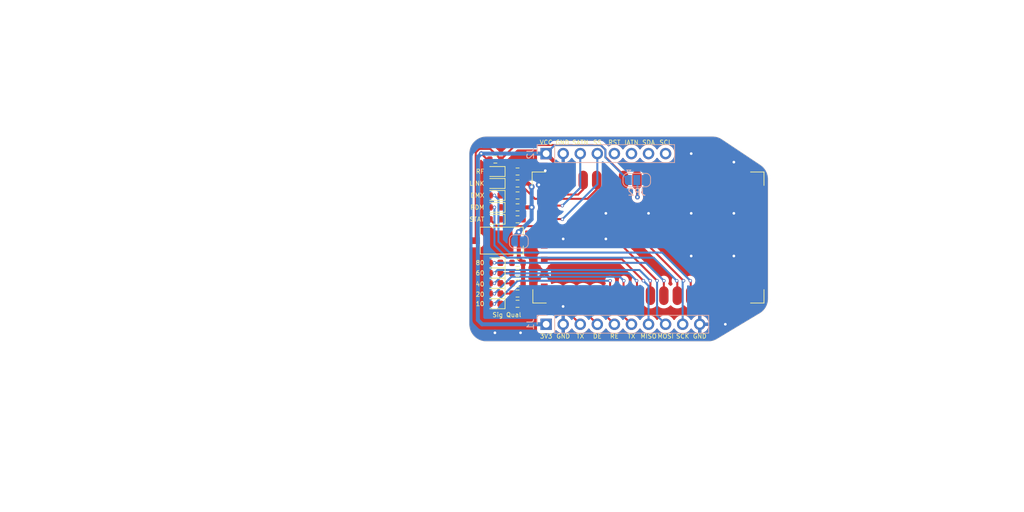
<source format=kicad_pcb>
(kicad_pcb (version 20240108) (generator "pcbnew") (generator_version "8.0")
  (layers (0 "F.Cu" signal) (31 "B.Cu" signal) (34 "B.Paste" user) (35 "F.Paste" user) (36 "B.SilkS" user "B.Silkscreen") (37 "F.SilkS" user "F.Silkscreen") (38 "B.Mask" user) (39 "F.Mask" user) (44 "Edge.Cuts" user))
  (net 0 "")
  (net 1 "SPI_MISO")
  (net 2 "CTI_RESET")
  (net 3 "SPI_SCK")
  (net 4 "I2C_nATTN")
  (net 5 "I2C_SCL")
  (net 6 "SPI_MOSI")
  (net 7 "GND")
  (net 8 "VCC")
  (net 9 "I2C_SDA")
  (net 10 "SPI_nSS")
  (net 11 "DMX_TX")
  (net 12 "SPI_nATTN")
  (net 13 "DMX_DE")
  (net 14 "DMX_RE")
  (net 15 "/CRMX_STATUS_LED")
  (net 16 "DMX_RX")
  (net 17 "/CRMX_ANT_SEL")
  (net 18 "/CRMX_LINK_SW")
  (net 21 "/CRMX_LVL0_LED")
  (net 22 "Net-(D5-K)")
  (net 23 "/CRMX_LVL1_LED")
  (net 24 "Net-(D6-K)")
  (net 25 "/CRMX_LVL2_LED")
  (net 26 "Net-(D7-K)")
  (net 27 "Net-(D8-K)")
  (net 28 "/CRMX_LVL3_LED")
  (net 29 "Net-(D9-K)")
  (net 30 "/CRMX_LVL4_LED")
  (net 31 "Net-(D10-K)")
  (net 32 "/CRMX_RDM_LED")
  (net 33 "Net-(D11-K)")
  (net 34 "Net-(D12-K)")
  (net 35 "/CRMX_DMX_LED")
  (net 36 "Net-(D13-K)")
  (net 37 "/CRMX_LINKED_LED")
  (net 38 "Net-(D14-K)")
  (net 39 "/CRMX_RFLINK_LED")
  (net 40 "GND1")
  (footprint "Resistor_SMD:R_0603_1608Metric" (layer "F.Cu") (at 178.626 89.916)
    (property "Reference" "R10" (hide yes))
    (property "Value" "300R")
    (fp_line (start -0.237258 -0.5225) (end 0.237258 -0.5225) (stroke (width 0.12)) (layer "F.SilkS"))
    (fp_line (start -0.237258 0.5225) (end 0.237258 0.5225) (stroke (width 0.12)) (layer "F.SilkS"))
    (pad "1" smd roundrect (at -0.825 0) (size 0.8 0.95) (layers "F.Cu" "F.Paste" "F.Mask") (net 29 "Net-(D9-K)"))
    (pad "2" smd roundrect (at 0.825 0) (size 0.8 0.95) (layers "F.Cu" "F.Paste" "F.Mask") (net 40 "GND1"))
  )
  (footprint "Resistor_SMD:R_0603_1608Metric" (layer "F.Cu") (at 178.626 79.883)
    (property "Reference" "R13" (hide yes))
    (property "Value" "150R")
    (fp_line (start -0.237258 -0.5225) (end 0.237258 -0.5225) (stroke (width 0.12)) (layer "F.SilkS"))
    (fp_line (start -0.237258 0.5225) (end 0.237258 0.5225) (stroke (width 0.12)) (layer "F.SilkS"))
    (pad "1" smd roundrect (at -0.825 0) (size 0.8 0.95) (layers "F.Cu" "F.Paste" "F.Mask") (net 34 "Net-(D12-K)"))
    (pad "2" smd roundrect (at 0.825 0) (size 0.8 0.95) (layers "F.Cu" "F.Paste" "F.Mask") (net 40 "GND1"))
  )
  (footprint "LED_SMD:LED_0603_1608Metric" (layer "F.Cu") (at 175.2865 94.488 180)
    (property "Reference" "D6" (hide yes))
    (property "Value" "YELLOW")
    (fp_line (start 0.8 -0.735) (end -1.485 -0.735) (stroke (width 0.12)) (layer "F.SilkS"))
    (fp_line (start -1.485 0.735) (end 0.8 0.735) (stroke (width 0.12)) (layer "F.SilkS"))
    (fp_line (start -1.485 -0.735) (end -1.485 0.735) (stroke (width 0.12)) (layer "F.SilkS"))
    (pad "1" smd roundrect (at -0.7875 0 180) (size 0.875 0.95) (layers "F.Cu" "F.Paste" "F.Mask") (net 24 "Net-(D6-K)"))
    (pad "2" smd roundrect (at 0.7875 0 180) (size 0.875 0.95) (layers "F.Cu" "F.Paste" "F.Mask") (net 23 "/CRMX_LVL1_LED"))
  )
  (footprint "Resistor_SMD:R_0603_1608Metric" (layer "F.Cu") (at 178.626 81.661)
    (property "Reference" "R12" (hide yes))
    (property "Value" "150R")
    (fp_line (start -0.237258 -0.5225) (end 0.237258 -0.5225) (stroke (width 0.12)) (layer "F.SilkS"))
    (fp_line (start -0.237258 0.5225) (end 0.237258 0.5225) (stroke (width 0.12)) (layer "F.SilkS"))
    (pad "1" smd roundrect (at -0.825 0) (size 0.8 0.95) (layers "F.Cu" "F.Paste" "F.Mask") (net 33 "Net-(D11-K)"))
    (pad "2" smd roundrect (at 0.825 0) (size 0.8 0.95) (layers "F.Cu" "F.Paste" "F.Mask") (net 40 "GND1"))
  )
  (footprint "LED_SMD:LED_0603_1608Metric" (layer "F.Cu") (at 175.2865 96.012 180)
    (property "Reference" "D5" (hide yes))
    (property "Value" "RED")
    (fp_line (start 0.8 -0.735) (end -1.485 -0.735) (stroke (width 0.12)) (layer "F.SilkS"))
    (fp_line (start -1.485 0.735) (end 0.8 0.735) (stroke (width 0.12)) (layer "F.SilkS"))
    (fp_line (start -1.485 -0.735) (end -1.485 0.735) (stroke (width 0.12)) (layer "F.SilkS"))
    (pad "1" smd roundrect (at -0.7875 0 180) (size 0.875 0.95) (layers "F.Cu" "F.Paste" "F.Mask") (net 22 "Net-(D5-K)"))
    (pad "2" smd roundrect (at 0.7875 0 180) (size 0.875 0.95) (layers "F.Cu" "F.Paste" "F.Mask") (net 21 "/CRMX_LVL0_LED"))
  )
  (footprint "LED_SMD:LED_0603_1608Metric" (layer "F.Cu") (at 175.2865 91.44 180)
    (property "Reference" "D8" (hide yes))
    (property "Value" "GREEN")
    (fp_line (start 0.8 -0.735) (end -1.485 -0.735) (stroke (width 0.12)) (layer "F.SilkS"))
    (fp_line (start -1.485 0.735) (end 0.8 0.735) (stroke (width 0.12)) (layer "F.SilkS"))
    (fp_line (start -1.485 -0.735) (end -1.485 0.735) (stroke (width 0.12)) (layer "F.SilkS"))
    (pad "1" smd roundrect (at -0.7875 0 180) (size 0.875 0.95) (layers "F.Cu" "F.Paste" "F.Mask") (net 27 "Net-(D8-K)"))
    (pad "2" smd roundrect (at 0.7875 0 180) (size 0.875 0.95) (layers "F.Cu" "F.Paste" "F.Mask") (net 28 "/CRMX_LVL3_LED"))
  )
  (footprint "Resistor_SMD:R_0603_1608Metric" (layer "F.Cu") (at 178.626 83.439)
    (property "Reference" "R11" (hide yes))
    (property "Value" "300R")
    (fp_line (start -0.237258 -0.5225) (end 0.237258 -0.5225) (stroke (width 0.12)) (layer "F.SilkS"))
    (fp_line (start -0.237258 0.5225) (end 0.237258 0.5225) (stroke (width 0.12)) (layer "F.SilkS"))
    (pad "1" smd roundrect (at -0.825 0) (size 0.8 0.95) (layers "F.Cu" "F.Paste" "F.Mask") (net 31 "Net-(D10-K)"))
    (pad "2" smd roundrect (at 0.825 0) (size 0.8 0.95) (layers "F.Cu" "F.Paste" "F.Mask") (net 40 "GND1"))
  )
  (footprint "LED_SMD:LED_0603_1608Metric" (layer "F.Cu") (at 175.2865 79.883 180)
    (property "Reference" "D12" (hide yes))
    (property "Value" "WHITE")
    (fp_line (start 0.8 -0.735) (end -1.485 -0.735) (stroke (width 0.12)) (layer "F.SilkS"))
    (fp_line (start -1.485 0.735) (end 0.8 0.735) (stroke (width 0.12)) (layer "F.SilkS"))
    (fp_line (start -1.485 -0.735) (end -1.485 0.735) (stroke (width 0.12)) (layer "F.SilkS"))
    (pad "1" smd roundrect (at -0.7875 0 180) (size 0.875 0.95) (layers "F.Cu" "F.Paste" "F.Mask") (net 34 "Net-(D12-K)"))
    (pad "2" smd roundrect (at 0.7875 0 180) (size 0.875 0.95) (layers "F.Cu" "F.Paste" "F.Mask") (net 35 "/CRMX_DMX_LED"))
  )
  (footprint "LED_SMD:LED_0603_1608Metric" (layer "F.Cu") (at 175.2865 83.439 180)
    (property "Reference" "D10" (hide yes))
    (property "Value" "GREEN")
    (fp_line (start 0.8 -0.735) (end -1.485 -0.735) (stroke (width 0.12)) (layer "F.SilkS"))
    (fp_line (start -1.485 0.735) (end 0.8 0.735) (stroke (width 0.12)) (layer "F.SilkS"))
    (fp_line (start -1.485 -0.735) (end -1.485 0.735) (stroke (width 0.12)) (layer "F.SilkS"))
    (pad "1" smd roundrect (at -0.7875 0 180) (size 0.875 0.95) (layers "F.Cu" "F.Paste" "F.Mask") (net 31 "Net-(D10-K)"))
    (pad "2" smd roundrect (at 0.7875 0 180) (size 0.875 0.95) (layers "F.Cu" "F.Paste" "F.Mask") (net 15 "/CRMX_STATUS_LED"))
  )
  (footprint "LED_SMD:LED_0603_1608Metric" (layer "F.Cu") (at 175.2865 78.105 180)
    (property "Reference" "D13" (hide yes))
    (property "Value" "YELLOW")
    (fp_line (start 0.8 -0.735) (end -1.485 -0.735) (stroke (width 0.12)) (layer "F.SilkS"))
    (fp_line (start -1.485 0.735) (end 0.8 0.735) (stroke (width 0.12)) (layer "F.SilkS"))
    (fp_line (start -1.485 -0.735) (end -1.485 0.735) (stroke (width 0.12)) (layer "F.SilkS"))
    (pad "1" smd roundrect (at -0.7875 0 180) (size 0.875 0.95) (layers "F.Cu" "F.Paste" "F.Mask") (net 36 "Net-(D13-K)"))
    (pad "2" smd roundrect (at 0.7875 0 180) (size 0.875 0.95) (layers "F.Cu" "F.Paste" "F.Mask") (net 37 "/CRMX_LINKED_LED"))
  )
  (footprint "Resistor_SMD:R_0603_1608Metric" (layer "F.Cu") (at 178.626 92.964)
    (property "Reference" "R8" (hide yes))
    (property "Value" "300R")
    (fp_line (start -0.237258 -0.5225) (end 0.237258 -0.5225) (stroke (width 0.12)) (layer "F.SilkS"))
    (fp_line (start -0.237258 0.5225) (end 0.237258 0.5225) (stroke (width 0.12)) (layer "F.SilkS"))
    (pad "1" smd roundrect (at -0.825 0) (size 0.8 0.95) (layers "F.Cu" "F.Paste" "F.Mask") (net 26 "Net-(D7-K)"))
    (pad "2" smd roundrect (at 0.825 0) (size 0.8 0.95) (layers "F.Cu" "F.Paste" "F.Mask") (net 40 "GND1"))
  )
  (footprint "LED_SMD:LED_0603_1608Metric" (layer "F.Cu") (at 175.2865 92.964 180)
    (property "Reference" "D7" (hide yes))
    (property "Value" "GREEN")
    (fp_line (start 0.8 -0.735) (end -1.485 -0.735) (stroke (width 0.12)) (layer "F.SilkS"))
    (fp_line (start -1.485 0.735) (end 0.8 0.735) (stroke (width 0.12)) (layer "F.SilkS"))
    (fp_line (start -1.485 -0.735) (end -1.485 0.735) (stroke (width 0.12)) (layer "F.SilkS"))
    (pad "1" smd roundrect (at -0.7875 0 180) (size 0.875 0.95) (layers "F.Cu" "F.Paste" "F.Mask") (net 26 "Net-(D7-K)"))
    (pad "2" smd roundrect (at 0.7875 0 180) (size 0.875 0.95) (layers "F.Cu" "F.Paste" "F.Mask") (net 25 "/CRMX_LVL2_LED"))
  )
  (footprint "Resistor_SMD:R_0603_1608Metric" (layer "F.Cu") (at 178.626 76.327)
    (property "Reference" "R15" (hide yes))
    (property "Value" "300R")
    (fp_line (start -0.237258 -0.5225) (end 0.237258 -0.5225) (stroke (width 0.12)) (layer "F.SilkS"))
    (fp_line (start -0.237258 0.5225) (end 0.237258 0.5225) (stroke (width 0.12)) (layer "F.SilkS"))
    (pad "1" smd roundrect (at -0.825 0) (size 0.8 0.95) (layers "F.Cu" "F.Paste" "F.Mask") (net 38 "Net-(D14-K)"))
    (pad "2" smd roundrect (at 0.825 0) (size 0.8 0.95) (layers "F.Cu" "F.Paste" "F.Mask") (net 40 "GND1"))
  )
  (footprint "Resistor_SMD:R_0603_1608Metric" (layer "F.Cu") (at 178.626 96.012)
    (property "Reference" "R6" (hide yes))
    (property "Value" "450R")
    (fp_line (start -0.237258 -0.5225) (end 0.237258 -0.5225) (stroke (width 0.12)) (layer "F.SilkS"))
    (fp_line (start -0.237258 0.5225) (end 0.237258 0.5225) (stroke (width 0.12)) (layer "F.SilkS"))
    (pad "1" smd roundrect (at -0.825 0) (size 0.8 0.95) (layers "F.Cu" "F.Paste" "F.Mask") (net 22 "Net-(D5-K)"))
    (pad "2" smd roundrect (at 0.825 0) (size 0.8 0.95) (layers "F.Cu" "F.Paste" "F.Mask") (net 40 "GND1"))
  )
  (footprint "MHCI:CRMX-TiMo" (layer "F.Cu") (at 181.35 95.4)
    (property "Reference" "U1" (hide yes))
    (property "Value" "~")
    (fp_line (start -0.55 -19) (end -0.55 -17) (stroke (width 0.12)) (layer "F.SilkS"))
    (fp_line (start -0.45 -1.5) (end -0.45 0.5) (stroke (width 0.12)) (layer "F.SilkS"))
    (fp_line (start -0.45 0.5) (end 1.55 0.5) (stroke (width 0.12)) (layer "F.SilkS"))
    (fp_line (start 1.45 -19) (end -0.55 -19) (stroke (width 0.12)) (layer "F.SilkS"))
    (fp_line (start 31.95 0.5) (end 33.95 0.5) (stroke (width 0.12)) (layer "F.SilkS"))
    (fp_line (start 33.95 -19) (end 31.95 -19) (stroke (width 0.12)) (layer "F.SilkS"))
    (fp_line (start 33.95 -17) (end 33.95 -19) (stroke (width 0.12)) (layer "F.SilkS"))
    (fp_line (start 33.95 0.5) (end 33.95 -1.5) (stroke (width 0.12)) (layer "F.SilkS"))
    (pad "1" smd rect (at 1.25 -16 270) (size 0.8 1) (layers "F.Cu" "F.Paste" "F.Mask") (net 7 "GND"))
    (pad "2" smd rect (at 1.25 -14 270) (size 0.8 1) (layers "F.Cu" "F.Paste" "F.Mask") (net 12 "SPI_nATTN"))
    (pad "3" smd rect (at 1.25 -12 270) (size 0.8 1) (layers "F.Cu" "F.Paste" "F.Mask") (net 10 "SPI_nSS"))
    (pad "4" smd rect (at 1.25 -10 270) (size 0.8 1) (layers "F.Cu" "F.Paste" "F.Mask") (net 3 "SPI_SCK"))
    (pad "5" smd rect (at 1.25 -8 270) (size 0.8 1) (layers "F.Cu" "F.Paste" "F.Mask") (net 6 "SPI_MOSI"))
    (pad "6" smd rect (at 1.25 -6 270) (size 0.8 1) (layers "F.Cu" "F.Paste" "F.Mask") (net 1 "SPI_MISO"))
    (pad "7" smd rect (at 1.25 -4 270) (size 0.8 1) (layers "F.Cu" "F.Paste" "F.Mask") (net 7 "GND"))
    (pad "8" smd rect (at 1.25 -2 270) (size 0.8 1) (layers "F.Cu" "F.Paste" "F.Mask") (net 11 "DMX_TX"))
    (pad "9" smd roundrect (at 3.05 -0.6 270) (size 2.794 1.3972) (layers "F.Cu" "F.Paste" "F.Mask") (roundrect_rratio 0.5) (net 7 "GND"))
    (pad "10" smd roundrect (at 5.05 -0.6 270) (size 2.794 1.3972) (layers "F.Cu" "F.Paste" "F.Mask") (roundrect_rratio 0.5) (net 13 "DMX_DE"))
    (pad "11" smd roundrect (at 7.05 -0.6 270) (size 2.794 1.3972) (layers "F.Cu" "F.Paste" "F.Mask") (roundrect_rratio 0.5) (net 14 "DMX_RE"))
    (pad "12" smd roundrect (at 9.05 -0.6 270) (size 2.794 1.3972) (layers "F.Cu" "F.Paste" "F.Mask") (roundrect_rratio 0.5) (net 16 "DMX_RX"))
    (pad "13" smd roundrect (at 11.05 -0.6 270) (size 2.794 1.3972) (layers "F.Cu" "F.Paste" "F.Mask") (roundrect_rratio 0.5) (net 21 "/CRMX_LVL0_LED"))
    (pad "14" smd roundrect (at 13.05 -0.6 270) (size 2.794 1.3972) (layers "F.Cu" "F.Paste" "F.Mask") (roundrect_rratio 0.5) (net 23 "/CRMX_LVL1_LED"))
    (pad "15" smd roundrect (at 15.05 -0.6 270) (size 2.794 1.3972) (layers "F.Cu" "F.Paste" "F.Mask") (roundrect_rratio 0.5) (net 25 "/CRMX_LVL2_LED"))
    (pad "16" smd roundrect (at 17.05 -0.6 270) (size 2.794 1.3972) (layers "F.Cu" "F.Paste" "F.Mask") (roundrect_rratio 0.5) (net 28 "/CRMX_LVL3_LED"))
    (pad "17" smd roundrect (at 19.05 -0.6 270) (size 2.794 1.3972) (layers "F.Cu" "F.Paste" "F.Mask") (roundrect_rratio 0.5) (net 30 "/CRMX_LVL4_LED"))
    (pad "18" smd roundrect (at 21.05 -0.6 270) (size 2.794 1.3972) (layers "F.Cu" "F.Paste" "F.Mask") (roundrect_rratio 0.5) (net 32 "/CRMX_RDM_LED"))
    (pad "19" smd roundrect (at 23.05 -0.6 270) (size 2.794 1.3972) (layers "F.Cu" "F.Paste" "F.Mask") (roundrect_rratio 0.5) (net 35 "/CRMX_DMX_LED"))
    (pad "20" smd roundrect (at 25.05 -0.6 270) (size 2.794 1.3972) (layers "F.Cu" "F.Paste" "F.Mask") (roundrect_rratio 0.5))
    (pad "21" smd roundrect (at 27.05 -0.6 270) (size 2.794 1.3972) (layers "F.Cu" "F.Paste" "F.Mask") (roundrect_rratio 0.5))
    (pad "22" smd roundrect (at 29.05 -0.6 270) (size 2.794 1.3972) (layers "F.Cu" "F.Paste" "F.Mask") (roundrect_rratio 0.5) (net 7 "GND"))
    (pad "23" smd roundrect (at 31.05 -0.6 270) (size 2.794 1.3972) (layers "F.Cu" "F.Paste" "F.Mask") (roundrect_rratio 0.5) (net 7 "GND"))
    (pad "24" smd rect (at 32.25 -2 270) (size 0.8 1) (layers "F.Cu" "F.Paste" "F.Mask") (net 7 "GND"))
    (pad "25" smd rect (at 32.25 -11.3 270) (size 0.8 1) (layers "F.Cu" "F.Paste" "F.Mask") (net 7 "GND"))
    (pad "26" smd roundrect (at 25.05 -17.8 270) (size 2.794 1.3972) (layers "F.Cu" "F.Paste" "F.Mask") (roundrect_rratio 0.5) (net 7 "GND"))
    (pad "27" smd roundrect (at 23.05 -17.8 270) (size 2.794 1.3972) (layers "F.Cu" "F.Paste" "F.Mask") (roundrect_rratio 0.5) (net 7 "GND"))
    (pad "28" smd roundrect (at 21.05 -17.8 270) (size 2.794 1.3972) (layers "F.Cu" "F.Paste" "F.Mask") (roundrect_rratio 0.5) (net 7 "GND"))
    (pad "29" smd roundrect (at 19.05 -17.8 270) (size 2.794 1.3972) (layers "F.Cu" "F.Paste" "F.Mask") (roundrect_rratio 0.5) (net 7 "GND"))
    (pad "30" smd roundrect (at 17.05 -17.8 270) (size 2.794 1.3972) (layers "F.Cu" "F.Paste" "F.Mask") (roundrect_rratio 0.5) (net 7 "GND"))
    (pad "31" smd roundrect (at 15.05 -17.8 270) (size 2.794 1.3972) (layers "F.Cu" "F.Paste" "F.Mask") (roundrect_rratio 0.5) (net 17 "/CRMX_ANT_SEL"))
    (pad "32" smd roundrect (at 13.05 -17.8 270) (size 2.794 1.3972) (layers "F.Cu" "F.Paste" "F.Mask") (roundrect_rratio 0.5) (net 18 "/CRMX_LINK_SW"))
    (pad "33" smd roundrect (at 11.05 -17.8 270) (size 2.794 1.3972) (layers "F.Cu" "F.Paste" "F.Mask") (roundrect_rratio 0.5) (net 15 "/CRMX_STATUS_LED"))
    (pad "34" smd roundrect (at 9.05 -17.8 270) (size 2.794 1.3972) (layers "F.Cu" "F.Paste" "F.Mask") (roundrect_rratio 0.5) (net 37 "/CRMX_LINKED_LED"))
    (pad "35" smd roundrect (at 7.05 -17.8 270) (size 2.794 1.3972) (layers "F.Cu" "F.Paste" "F.Mask") (roundrect_rratio 0.5) (net 39 "/CRMX_RFLINK_LED"))
    (pad "36" smd roundrect (at 5.05 -17.8 270) (size 2.794 1.3972) (layers "F.Cu" "F.Paste" "F.Mask") (roundrect_rratio 0.5) (net 8 "VCC"))
    (pad "37" smd roundrect (at 3.05 -17.8 270) (size 2.794 1.3972) (layers "F.Cu" "F.Paste" "F.Mask") (roundrect_rratio 0.5) (net 7 "GND"))
  )
  (footprint "Resistor_SMD:R_0603_1608Metric" (layer "F.Cu") (at 178.626 94.488)
    (property "Reference" "R7" (hide yes))
    (property "Value" "300R")
    (fp_line (start -0.237258 -0.5225) (end 0.237258 -0.5225) (stroke (width 0.12)) (layer "F.SilkS"))
    (fp_line (start -0.237258 0.5225) (end 0.237258 0.5225) (stroke (width 0.12)) (layer "F.SilkS"))
    (pad "1" smd roundrect (at -0.825 0) (size 0.8 0.95) (layers "F.Cu" "F.Paste" "F.Mask") (net 24 "Net-(D6-K)"))
    (pad "2" smd roundrect (at 0.825 0) (size 0.8 0.95) (layers "F.Cu" "F.Paste" "F.Mask") (net 40 "GND1"))
  )
  (footprint "Resistor_SMD:R_0603_1608Metric" (layer "F.Cu") (at 178.626 91.44)
    (property "Reference" "R9" (hide yes))
    (property "Value" "300R")
    (fp_line (start -0.237258 -0.5225) (end 0.237258 -0.5225) (stroke (width 0.12)) (layer "F.SilkS"))
    (fp_line (start -0.237258 0.5225) (end 0.237258 0.5225) (stroke (width 0.12)) (layer "F.SilkS"))
    (pad "1" smd roundrect (at -0.825 0) (size 0.8 0.95) (layers "F.Cu" "F.Paste" "F.Mask") (net 27 "Net-(D8-K)"))
    (pad "2" smd roundrect (at 0.825 0) (size 0.8 0.95) (layers "F.Cu" "F.Paste" "F.Mask") (net 40 "GND1"))
  )
  (footprint "LED_SMD:LED_0603_1608Metric" (layer "F.Cu") (at 175.2865 89.916 180)
    (property "Reference" "D9" (hide yes))
    (property "Value" "GREEN")
    (fp_line (start 0.8 -0.735) (end -1.485 -0.735) (stroke (width 0.12)) (layer "F.SilkS"))
    (fp_line (start -1.485 0.735) (end 0.8 0.735) (stroke (width 0.12)) (layer "F.SilkS"))
    (fp_line (start -1.485 -0.735) (end -1.485 0.735) (stroke (width 0.12)) (layer "F.SilkS"))
    (pad "1" smd roundrect (at -0.7875 0 180) (size 0.875 0.95) (layers "F.Cu" "F.Paste" "F.Mask") (net 29 "Net-(D9-K)"))
    (pad "2" smd roundrect (at 0.7875 0 180) (size 0.875 0.95) (layers "F.Cu" "F.Paste" "F.Mask") (net 30 "/CRMX_LVL4_LED"))
  )
  (footprint "LED_SMD:LED_0603_1608Metric" (layer "F.Cu") (at 175.2865 76.327 180)
    (property "Reference" "D14" (hide yes))
    (property "Value" "YELLOW")
    (fp_line (start 0.8 -0.735) (end -1.485 -0.735) (stroke (width 0.12)) (layer "F.SilkS"))
    (fp_line (start -1.485 0.735) (end 0.8 0.735) (stroke (width 0.12)) (layer "F.SilkS"))
    (fp_line (start -1.485 -0.735) (end -1.485 0.735) (stroke (width 0.12)) (layer "F.SilkS"))
    (pad "1" smd roundrect (at -0.7875 0 180) (size 0.875 0.95) (layers "F.Cu" "F.Paste" "F.Mask") (net 38 "Net-(D14-K)"))
    (pad "2" smd roundrect (at 0.7875 0 180) (size 0.875 0.95) (layers "F.Cu" "F.Paste" "F.Mask") (net 39 "/CRMX_RFLINK_LED"))
  )
  (footprint "Resistor_SMD:R_0603_1608Metric" (layer "F.Cu") (at 178.626 78.105)
    (property "Reference" "R14" (hide yes))
    (property "Value" "300R")
    (fp_line (start -0.237258 -0.5225) (end 0.237258 -0.5225) (stroke (width 0.12)) (layer "F.SilkS"))
    (fp_line (start -0.237258 0.5225) (end 0.237258 0.5225) (stroke (width 0.12)) (layer "F.SilkS"))
    (pad "1" smd roundrect (at -0.825 0) (size 0.8 0.95) (layers "F.Cu" "F.Paste" "F.Mask") (net 36 "Net-(D13-K)"))
    (pad "2" smd roundrect (at 0.825 0) (size 0.8 0.95) (layers "F.Cu" "F.Paste" "F.Mask") (net 40 "GND1"))
  )
  (footprint "LED_SMD:LED_0603_1608Metric" (layer "F.Cu") (at 175.2865 81.661 180)
    (property "Reference" "D11" (hide yes))
    (property "Value" "WHITE")
    (fp_line (start 0.8 -0.735) (end -1.485 -0.735) (stroke (width 0.12)) (layer "F.SilkS"))
    (fp_line (start -1.485 0.735) (end 0.8 0.735) (stroke (width 0.12)) (layer "F.SilkS"))
    (fp_line (start -1.485 -0.735) (end -1.485 0.735) (stroke (width 0.12)) (layer "F.SilkS"))
    (pad "1" smd roundrect (at -0.7875 0 180) (size 0.875 0.95) (layers "F.Cu" "F.Paste" "F.Mask") (net 33 "Net-(D11-K)"))
    (pad "2" smd roundrect (at 0.7875 0 180) (size 0.875 0.95) (layers "F.Cu" "F.Paste" "F.Mask") (net 32 "/CRMX_RDM_LED"))
  )
  (footprint "Resistor_SMD:R_0603_1608Metric" (layer "F.Cu") (at 175.323 74.549)
    (property "Reference" "R5" (hide yes))
    (property "Value" "10K")
    (fp_line (start -0.237258 -0.5225) (end 0.237258 -0.5225) (stroke (width 0.12)) (layer "F.SilkS"))
    (fp_line (start -0.237258 0.5225) (end 0.237258 0.5225) (stroke (width 0.12)) (layer "F.SilkS"))
    (pad "1" smd roundrect (at -0.825 0) (size 0.8 0.95) (layers "F.Cu" "F.Paste" "F.Mask") (net 8 "VCC"))
    (pad "2" smd roundrect (at 0.825 0) (size 0.8 0.95) (layers "F.Cu" "F.Paste" "F.Mask") (net 18 "/CRMX_LINK_SW"))
  )
  (footprint "Button_Switch_SMD:SW_Tactile_SPST_NO_Straight_CK_PTS636Sx25SMTRLFS" (layer "F.Cu") (at 176.276 86.614 180)
    (property "Reference" "SW1" (hide yes))
    (property "Value" "SW_Push")
    (fp_line (start 3.2 2) (end 3.2 0.8) (stroke (width 0.12)) (layer "F.SilkS"))
    (fp_line (start 3.2 -0.8) (end 3.2 -2) (stroke (width 0.12)) (layer "F.SilkS"))
    (fp_line (start 3.2 -2) (end -3.2 -2) (stroke (width 0.12)) (layer "F.SilkS"))
    (fp_line (start -3.2 2) (end 3.2 2) (stroke (width 0.12)) (layer "F.SilkS"))
    (fp_line (start -3.2 0.8) (end -3.2 2) (stroke (width 0.12)) (layer "F.SilkS"))
    (fp_line (start -3.2 -2) (end -3.2 -0.8) (stroke (width 0.12)) (layer "F.SilkS"))
    (pad "1" smd rect (at -3.875 0 180) (size 1.25 1) (layers "F.Cu" "F.Paste" "F.Mask") (net 7 "GND"))
    (pad "2" smd rect (at 3.875 0 180) (size 1.25 1) (layers "F.Cu" "F.Paste" "F.Mask") (net 18 "/CRMX_LINK_SW"))
  )
  (footprint "Jumper:SolderJumper-2_P1.3mm_Open_RoundedPad1.0x1.5mm" (layer "B.Cu") (at 178.816 86.741)
    (property "Reference" "JP1" (hide yes))
    (property "Value" "Jumper_2_Open")
    (fp_line (start -1.4 0.3) (end -1.4 -0.3) (stroke (width 0.12)) (layer "B.SilkS"))
    (fp_line (start -0.7 -1) (end 0.7 -1) (stroke (width 0.12)) (layer "B.SilkS"))
    (fp_line (start 0.7 1) (end -0.7 1) (stroke (width 0.12)) (layer "B.SilkS"))
    (fp_line (start 1.4 -0.3) (end 1.4 0.3) (stroke (width 0.12)) (layer "B.SilkS"))
    (fp_arc (start -1.4 -0.3) (mid -1.194975 -0.794975) (end -0.7 -1) (stroke (width 0.12)) (layer "B.SilkS"))
    (fp_arc (start -0.7 1) (mid -1.194975 0.794975) (end -1.4 0.3) (stroke (width 0.12)) (layer "B.SilkS"))
    (fp_arc (start 0.7 -1) (mid 1.194975 -0.794975) (end 1.4 -0.3) (stroke (width 0.12)) (layer "B.SilkS"))
    (fp_arc (start 1.4 0.3) (mid 1.194975 0.794975) (end 0.7 1) (stroke (width 0.12)) (layer "B.SilkS"))
    (pad "1" smd custom (at -0.65 0) (size 1 0.5) (layers "B.Cu" "B.Mask") (net 40 "GND1") (options (clearance outline) (anchor rect)) (primitives (gr_circle (center 0 -0.25) (end 0.5 -0.25) (width 0) (fill yes)) (gr_circle (center 0 0.25) (end 0.5 0.25) (width 0) (fill yes)) (gr_poly (pts (xy 0.5 -0.75) (xy 0 -0.75) (xy 0 0.75) (xy 0.5 0.75)) (width 0) (fill yes))))
    (pad "2" smd custom (at 0.65 0) (size 1 0.5) (layers "B.Cu" "B.Mask") (net 7 "GND") (options (clearance outline) (anchor rect)) (primitives (gr_circle (center 0 -0.25) (end 0.5 -0.25) (width 0) (fill yes)) (gr_circle (center 0 0.25) (end 0.5 0.25) (width 0) (fill yes)) (gr_poly (pts (xy 0 -0.75) (xy -0.5 -0.75) (xy -0.5 0.75) (xy 0 0.75)) (width 0) (fill yes))))
  )
  (footprint "Jumper:SolderJumper-3_P1.3mm_Open_RoundedPad1.0x1.5mm" (layer "B.Cu") (at 196.372 77.597)
    (property "Reference" "JP2" (at 0 1.8 360) (layer "B.SilkS") (effects (justify mirror)))
    (property "Value" "Jumper_3_Open")
    (fp_line (start -2.05 0.3) (end -2.05 -0.3) (stroke (width 0.12)) (layer "B.SilkS"))
    (fp_line (start -1.5 -1.5) (end -1.2 -1.2) (stroke (width 0.12)) (layer "B.SilkS"))
    (fp_line (start -1.4 -1) (end 1.4 -1) (stroke (width 0.12)) (layer "B.SilkS"))
    (fp_line (start -0.9 -1.5) (end -1.5 -1.5) (stroke (width 0.12)) (layer "B.SilkS"))
    (fp_line (start -0.9 -1.5) (end -1.2 -1.2) (stroke (width 0.12)) (layer "B.SilkS"))
    (fp_line (start 1.4 1) (end -1.4 1) (stroke (width 0.12)) (layer "B.SilkS"))
    (fp_line (start 2.05 -0.3) (end 2.05 0.3) (stroke (width 0.12)) (layer "B.SilkS"))
    (fp_arc (start -2.05 -0.3) (mid -1.844975 -0.794975) (end -1.35 -1) (stroke (width 0.12)) (layer "B.SilkS"))
    (fp_arc (start -1.35 1) (mid -1.844975 0.794975) (end -2.05 0.3) (stroke (width 0.12)) (layer "B.SilkS"))
    (fp_arc (start 1.35 -1) (mid 1.844975 -0.794975) (end 2.05 -0.3) (stroke (width 0.12)) (layer "B.SilkS"))
    (fp_arc (start 2.05 0.3) (mid 1.844975 0.794975) (end 1.35 1) (stroke (width 0.12)) (layer "B.SilkS"))
    (pad "1" smd custom (at -1.3 0) (size 1 0.5) (layers "B.Cu" "B.Mask") (net 8 "VCC") (options (clearance outline) (anchor rect)) (primitives (gr_circle (center 0 -0.25) (end 0.5 -0.25) (width 0) (fill yes)) (gr_circle (center 0 0.25) (end 0.5 0.25) (width 0) (fill yes)) (gr_poly (pts (xy 0.55 -0.75) (xy 0 -0.75) (xy 0 0.75) (xy 0.55 0.75)) (width 0) (fill yes))))
    (pad "2" smd rect (at 0 0) (size 1 1.5) (layers "B.Cu" "B.Mask") (net 17 "/CRMX_ANT_SEL"))
    (pad "3" smd custom (at 1.3 0) (size 1 0.5) (layers "B.Cu" "B.Mask") (net 7 "GND") (options (clearance outline) (anchor rect)) (primitives (gr_circle (center 0 -0.25) (end 0.5 -0.25) (width 0) (fill yes)) (gr_circle (center 0 0.25) (end 0.5 0.25) (width 0) (fill yes)) (gr_poly (pts (xy 0 -0.75) (xy -0.55 -0.75) (xy -0.55 0.75) (xy 0 0.75)) (width 0) (fill yes))))
  )
  (footprint "Connector_PinHeader_2.54mm:PinHeader_1x08_P2.54mm_Vertical" (layer "B.Cu") (at 182.88 73.66 -90)
    (property "Reference" "J2" (at 0 2.33 90) (layer "B.SilkS") (effects (justify mirror)))
    (property "Value" "Conn_01x08")
    (fp_line (start -1.33 1.33) (end -1.33 0) (stroke (width 0.12)) (layer "B.SilkS"))
    (fp_line (start 0 1.33) (end -1.33 1.33) (stroke (width 0.12)) (layer "B.SilkS"))
    (fp_line (start 1.33 -1.27) (end -1.33 -1.27) (stroke (width 0.12)) (layer "B.SilkS"))
    (fp_line (start -1.33 -19.11) (end -1.33 -1.27) (stroke (width 0.12)) (layer "B.SilkS"))
    (fp_line (start 1.33 -19.11) (end 1.33 -1.27) (stroke (width 0.12)) (layer "B.SilkS"))
    (fp_line (start 1.33 -19.11) (end -1.33 -19.11) (stroke (width 0.12)) (layer "B.SilkS"))
    (pad "1" thru_hole rect (at 0 0 270) (size 1.7 1.7) (drill 1) (layers "*.Cu" "*.Mask") (net 8 "VCC"))
    (pad "2" thru_hole oval (at 0 -2.54 270) (size 1.7 1.7) (drill 1) (layers "*.Cu" "*.Mask") (net 7 "GND"))
    (pad "3" thru_hole oval (at 0 -5.08 270) (size 1.7 1.7) (drill 1) (layers "*.Cu" "*.Mask") (net 12 "SPI_nATTN"))
    (pad "4" thru_hole oval (at 0 -7.62 270) (size 1.7 1.7) (drill 1) (layers "*.Cu" "*.Mask") (net 10 "SPI_nSS"))
    (pad "5" thru_hole oval (at 0 -10.16 270) (size 1.7 1.7) (drill 1) (layers "*.Cu" "*.Mask") (net 2 "CTI_RESET"))
    (pad "6" thru_hole oval (at 0 -12.7 270) (size 1.7 1.7) (drill 1) (layers "*.Cu" "*.Mask") (net 4 "I2C_nATTN"))
    (pad "7" thru_hole oval (at 0 -15.24 270) (size 1.7 1.7) (drill 1) (layers "*.Cu" "*.Mask") (net 9 "I2C_SDA"))
    (pad "8" thru_hole oval (at 0 -17.78 270) (size 1.7 1.7) (drill 1) (layers "*.Cu" "*.Mask") (net 5 "I2C_SCL"))
  )
  (footprint "Connector_PinHeader_2.54mm:PinHeader_1x10_P2.54mm_Vertical" (layer "B.Cu") (at 182.88 99.06 -90)
    (property "Reference" "J1" (at 0 2.33 90) (layer "B.SilkS") (effects (justify mirror)))
    (property "Value" "Conn_01x10")
    (fp_line (start -1.33 1.33) (end -1.33 0) (stroke (width 0.12)) (layer "B.SilkS"))
    (fp_line (start 0 1.33) (end -1.33 1.33) (stroke (width 0.12)) (layer "B.SilkS"))
    (fp_line (start 1.33 -1.27) (end -1.33 -1.27) (stroke (width 0.12)) (layer "B.SilkS"))
    (fp_line (start -1.33 -24.19) (end -1.33 -1.27) (stroke (width 0.12)) (layer "B.SilkS"))
    (fp_line (start 1.33 -24.19) (end 1.33 -1.27) (stroke (width 0.12)) (layer "B.SilkS"))
    (fp_line (start 1.33 -24.19) (end -1.33 -24.19) (stroke (width 0.12)) (layer "B.SilkS"))
    (pad "1" thru_hole rect (at 0 0 270) (size 1.7 1.7) (drill 1) (layers "*.Cu" "*.Mask") (net 8 "VCC"))
    (pad "2" thru_hole oval (at 0 -2.54 270) (size 1.7 1.7) (drill 1) (layers "*.Cu" "*.Mask") (net 7 "GND"))
    (pad "3" thru_hole oval (at 0 -5.08 270) (size 1.7 1.7) (drill 1) (layers "*.Cu" "*.Mask") (net 11 "DMX_TX"))
    (pad "4" thru_hole oval (at 0 -7.62 270) (size 1.7 1.7) (drill 1) (layers "*.Cu" "*.Mask") (net 13 "DMX_DE"))
    (pad "5" thru_hole oval (at 0 -10.16 270) (size 1.7 1.7) (drill 1) (layers "*.Cu" "*.Mask") (net 14 "DMX_RE"))
    (pad "6" thru_hole oval (at 0 -12.7 270) (size 1.7 1.7) (drill 1) (layers "*.Cu" "*.Mask") (net 16 "DMX_RX"))
    (pad "7" thru_hole oval (at 0 -15.24 270) (size 1.7 1.7) (drill 1) (layers "*.Cu" "*.Mask") (net 1 "SPI_MISO"))
    (pad "8" thru_hole oval (at 0 -17.78 270) (size 1.7 1.7) (drill 1) (layers "*.Cu" "*.Mask") (net 6 "SPI_MOSI"))
    (pad "9" thru_hole oval (at 0 -20.32 270) (size 1.7 1.7) (drill 1) (layers "*.Cu" "*.Mask") (net 3 "SPI_SCK"))
    (pad "10" thru_hole oval (at 0 -22.86 270) (size 1.7 1.7) (drill 1) (layers "*.Cu" "*.Mask") (net 7 "GND"))
  )
  (gr_line (start 215.9 77.47) (end 215.9 95.25) (stroke (width 0.05)) (layer "Edge.Cuts"))
  (gr_arc (start 215.9 95.25) (mid 215.520653 96.585357) (end 214.495923 97.521845) (stroke (width 0.05)) (layer "Edge.Cuts"))
  (gr_line (start 214.768938 75.356592) (end 209.053938 71.546592) (stroke (width 0.05)) (layer "Edge.Cuts"))
  (gr_arc (start 208.418938 101.173408) (mid 207.746051 101.491014) (end 207.01 101.6) (stroke (width 0.05)) (layer "Edge.Cuts"))
  (gr_line (start 208.418938 101.173408) (end 214.495923 97.521845) (stroke (width 0.05)) (layer "Edge.Cuts"))
  (gr_line (start 207.01 101.6) (end 173.99 101.6) (stroke (width 0.05)) (layer "Edge.Cuts"))
  (gr_line (start 173.99 71.12) (end 207.645 71.12) (stroke (width 0.05)) (layer "Edge.Cuts"))
  (gr_arc (start 214.768938 75.356592) (mid 215.599453 76.271481) (end 215.9 77.47) (stroke (width 0.05)) (layer "Edge.Cuts"))
  (gr_arc (start 207.645 71.12) (mid 208.381051 71.228986) (end 209.053938 71.546592) (stroke (width 0.05)) (layer "Edge.Cuts"))
  (gr_arc (start 171.45 73.66) (mid 172.193949 71.863949) (end 173.99 71.12) (stroke (width 0.05)) (layer "Edge.Cuts"))
  (gr_line (start 171.45 99.06) (end 171.45 73.66) (stroke (width 0.05)) (layer "Edge.Cuts"))
  (gr_arc (start 173.99 101.6) (mid 172.193949 100.856051) (end 171.45 99.06) (stroke (width 0.05)) (layer "Edge.Cuts"))
  (gr_text "SCL" (at 200.66 72.39 0) (layer "F.SilkS") (effects (font (size 0.66 0.66) (thickness 0.1)) (justify bottom)))
  (gr_text "MISO" (at 198.12 100.457 0) (layer "F.SilkS") (effects (font (size 0.66 0.66) (thickness 0.1)) (justify top)))
  (gr_text "LINK" (at 173.736 78.105 0) (layer "F.SilkS") (effects (font (size 0.66 0.66) (thickness 0.1)) (justify right)))
  (gr_text "RE" (at 193.04 100.457 0) (layer "F.SilkS") (effects (font (size 0.66 0.66) (thickness 0.1)) (justify top)))
  (gr_text "60" (at 173.736 91.44 0) (layer "F.SilkS") (effects (font (size 0.66 0.66) (thickness 0.1)) (justify right)))
  (gr_text "RDM" (at 173.736 81.661 0) (layer "F.SilkS") (effects (font (size 0.66 0.66) (thickness 0.1)) (justify right)))
  (gr_text "STAT" (at 173.736 83.439 0) (layer "F.SilkS") (effects (font (size 0.66 0.66) (thickness 0.1)) (justify right)))
  (gr_text "GND" (at 185.293 72.39 0) (layer "F.SilkS") (effects (font (size 0.66 0.66) (thickness 0.1)) (justify bottom)))
  (gr_text "GND" (at 205.74 100.457 0) (layer "F.SilkS") (effects (font (size 0.66 0.66) (thickness 0.1)) (justify top)))
  (gr_text "3V3" (at 182.88 100.457 0) (layer "F.SilkS") (effects (font (size 0.66 0.66) (thickness 0.1)) (justify top)))
  (gr_text "Sig Qual" (at 177.038 98.044 0) (layer "F.SilkS") (effects (font (size 0.66 0.66) (thickness 0.1)) (justify bottom)))
  (gr_text "20" (at 173.736 94.615 0) (layer "F.SilkS") (effects (font (size 0.66 0.66) (thickness 0.1)) (justify right)))
  (gr_text "RST" (at 193.04 72.39 0) (layer "F.SilkS") (effects (font (size 0.66 0.66) (thickness 0.1)) (justify bottom)))
  (gr_text "VCC" (at 182.88 72.39 0) (layer "F.SilkS") (effects (font (size 0.66 0.66) (thickness 0.1)) (justify bottom)))
  (gr_text "RF" (at 173.736 76.327 0) (layer "F.SilkS") (effects (font (size 0.66 0.66) (thickness 0.1)) (justify right)))
  (gr_text "MOSI" (at 200.66 100.457 0) (layer "F.SilkS") (effects (font (size 0.66 0.66) (thickness 0.1)) (justify top)))
  (gr_text "80" (at 173.736 89.916 0) (layer "F.SilkS") (effects (font (size 0.66 0.66) (thickness 0.1)) (justify right)))
  (gr_text "10" (at 173.736 96.012 0) (layer "F.SilkS") (effects (font (size 0.66 0.66) (thickness 0.1)) (justify right)))
  (gr_text "SCK" (at 203.2 100.457 0) (layer "F.SilkS") (effects (font (size 0.66 0.66) (thickness 0.1)) (justify top)))
  (gr_text "TX" (at 187.96 100.457 0) (layer "F.SilkS") (effects (font (size 0.66 0.66) (thickness 0.1)) (justify top)))
  (gr_text "IATN" (at 195.58 72.39 0) (layer "F.SilkS") (effects (font (size 0.66 0.66) (thickness 0.1)) (justify bottom)))
  (gr_text "40" (at 173.736 93.091 0) (layer "F.SilkS") (effects (font (size 0.66 0.66) (thickness 0.1)) (justify right)))
  (gr_text "SDA" (at 198.12 72.39 0) (layer "F.SilkS") (effects (font (size 0.66 0.66) (thickness 0.1)) (justify bottom)))
  (gr_text "TX" (at 195.58 100.457 0) (layer "F.SilkS") (effects (font (size 0.66 0.66) (thickness 0.1)) (justify top)))
  (gr_text "DE" (at 190.5 100.457 0) (layer "F.SilkS") (effects (font (size 0.66 0.66) (thickness 0.1)) (justify top)))
  (gr_text "SS" (at 190.5 72.39 0) (layer "F.SilkS") (effects (font (size 0.66 0.66) (thickness 0.1)) (justify bottom)))
  (gr_text "DMX" (at 173.736 79.883 0) (layer "F.SilkS") (effects (font (size 0.66 0.66) (thickness 0.1)) (justify right)))
  (gr_text "SATN" (at 187.96 72.39 0) (layer "F.SilkS") (effects (font (size 0.66 0.66) (thickness 0.1)) (justify bottom)))
  (gr_text "GND" (at 185.42 100.457 0) (layer "F.SilkS") (effects (font (size 0.66 0.66) (thickness 0.1)) (justify top)))
  (segment (start 182.6 89.4) (end 194.175 89.4) (width 0.3) (layer "F.Cu") (net 1))
  (segment (start 194.175 89.4) (end 197.358 92.583) (width 0.3) (layer "F.Cu") (net 1))
  (via (at 197.358 92.583) (size 0.5) (drill 0.3) (layers "F.Cu" "B.Cu") (net 1))
  (segment (start 197.358 92.583) (end 198.12 93.345) (width 0.3) (layer "B.Cu") (net 1))
  (segment (start 198.12 93.345) (end 198.12 99.06) (width 0.3) (layer "B.Cu") (net 1))
  (segment (start 196.144 85.4) (end 203.327 92.583) (width 0.3) (layer "F.Cu") (net 3))
  (segment (start 182.6 85.4) (end 196.144 85.4) (width 0.3) (layer "F.Cu") (net 3))
  (via (at 203.327 92.583) (size 0.5) (drill 0.3) (layers "F.Cu" "B.Cu") (net 3))
  (segment (start 203.2 92.71) (end 203.2 99.06) (width 0.3) (layer "B.Cu") (net 3))
  (segment (start 203.327 92.583) (end 203.2 92.71) (width 0.3) (layer "B.Cu") (net 3))
  (segment (start 182.6 87.4) (end 194.207 87.4) (width 0.3) (layer "F.Cu") (net 6))
  (segment (start 194.207 87.4) (end 199.39 92.583) (width 0.3) (layer "F.Cu") (net 6))
  (via (at 199.39 92.583) (size 0.5) (drill 0.3) (layers "F.Cu" "B.Cu") (net 6))
  (segment (start 199.39 92.583) (end 199.39 97.79) (width 0.3) (layer "B.Cu") (net 6))
  (segment (start 199.39 97.79) (end 200.66 99.06) (width 0.3) (layer "B.Cu") (net 6))
  (segment (start 212.4 94.8) (end 212.4 92.639) (width 0.6) (layer "F.Cu") (net 7))
  (segment (start 204.4 77.6) (end 204.4 79.94) (width 0.6) (layer "F.Cu") (net 7))
  (segment (start 202.4 77.6) (end 202.4 79.972) (width 0.6) (layer "F.Cu") (net 7))
  (segment (start 182.753 76.2) (end 183 76.2) (width 0.3) (layer "F.Cu") (net 7))
  (segment (start 210.4 94.8) (end 210.4 92.622) (width 0.6) (layer "F.Cu") (net 7))
  (segment (start 181.791642 78.304358) (end 182.6 79.112716) (width 0.3) (layer "F.Cu") (net 7))
  (segment (start 200.4 77.6) (end 200.4 80.004) (width 0.6) (layer "F.Cu") (net 7))
  (segment (start 198.4 77.6) (end 198.4 79.984) (width 0.6) (layer "F.Cu") (net 7))
  (segment (start 184.4 95.405608) (end 185.402665 96.408273) (width 0.6) (layer "F.Cu") (net 7))
  (segment (start 182.6 79.112716) (end 182.6 79.4) (width 0.3) (layer "F.Cu") (net 7))
  (segment (start 183 76.2) (end 184.4 77.6) (width 0.3) (layer "F.Cu") (net 7))
  (segment (start 184.4 94.8) (end 184.4 95.405608) (width 0.6) (layer "F.Cu") (net 7))
  (segment (start 198.4 79.984) (end 198.374 80.01) (width 0.6) (layer "F.Cu") (net 7))
  (segment (start 210.4 92.622) (end 210.439 92.583) (width 0.6) (layer "F.Cu") (net 7))
  (segment (start 212.4 92.639) (end 212.344 92.583) (width 0.6) (layer "F.Cu") (net 7))
  (via (at 191.77 86.36) (size 0.9) (drill 0.4) (layers "F.Cu" "B.Cu") (net 7))
  (via (at 204.47 82.55) (size 0.9) (drill 0.4) (layers "F.Cu" "B.Cu") (net 7))
  (via (at 185.402665 96.408273) (size 0.9) (drill 0.4) (layers "F.Cu" "B.Cu") (net 7))
  (via (at 181.791642 78.304358) (size 0.9) (drill 0.4) (layers "F.Cu" "B.Cu") (net 7))
  (via (at 179.07 100.33) (size 0.9) (drill 0.4) (layers "F.Cu" "B.Cu") (net 7))
  (via (at 210.82 82.55) (size 0.9) (drill 0.4) (layers "F.Cu" "B.Cu") (net 7))
  (via (at 210.82 88.9) (size 0.9) (drill 0.4) (layers "F.Cu" "B.Cu") (net 7))
  (via (at 204.47 73.66) (size 0.9) (drill 0.4) (layers "F.Cu" "B.Cu") (net 7))
  (via (at 204.47 88.9) (size 0.9) (drill 0.4) (layers "F.Cu" "B.Cu") (net 7))
  (via (at 209.55 99.06) (size 0.9) (drill 0.4) (layers "F.Cu" "B.Cu") (net 7))
  (via (at 182.753 76.2) (size 0.9) (drill 0.4) (layers "F.Cu" "B.Cu") (net 7))
  (via (at 210.82 74.93) (size 0.9) (drill 0.4) (layers "F.Cu" "B.Cu") (net 7))
  (via (at 185.42 86.36) (size 0.9) (drill 0.4) (layers "F.Cu" "B.Cu") (net 7))
  (via (at 191.77 82.55) (size 0.9) (drill 0.4) (layers "F.Cu" "B.Cu") (net 7))
  (via (at 198.12 82.55) (size 0.9) (drill 0.4) (layers "F.Cu" "B.Cu") (net 7))
  (via (at 175.26 100.33) (size 0.9) (drill 0.4) (layers "F.Cu" "B.Cu") (net 7))
  (segment (start 182.753 77.343) (end 182.753 76.2) (width 0.3) (layer "B.Cu") (net 7))
  (segment (start 181.791642 78.304358) (end 182.753 77.343) (width 0.3) (layer "B.Cu") (net 7))
  (segment (start 174.498 74.549) (end 174.117 74.549) (width 0.3) (layer "F.Cu") (net 8))
  (segment (start 174.117 74.549) (end 173.228 73.66) (width 0.3) (layer "F.Cu") (net 8))
  (segment (start 186.4 77.6) (end 186.4 77.18) (width 0.6) (layer "F.Cu") (net 8))
  (segment (start 186.4 77.18) (end 182.88 73.66) (width 0.6) (layer "F.Cu") (net 8))
  (via (at 173.228 73.66) (size 0.7) (drill 0.3) (layers "F.Cu" "B.Cu") (net 8))
  (segment (start 173.228 73.66) (end 182.88 73.66) (width 0.6) (layer "B.Cu") (net 8))
  (segment (start 172.72 74.168) (end 173.228 73.66) (width 0.6) (layer "B.Cu") (net 8))
  (segment (start 191.7 73.082) (end 191.008 72.39) (width 0.3) (layer "B.Cu") (net 8))
  (segment (start 182.88 99.06) (end 173.355 99.06) (width 0.6) (layer "B.Cu") (net 8))
  (segment (start 172.72 98.425) (end 172.72 74.168) (width 0.6) (layer "B.Cu") (net 8))
  (segment (start 191.008 72.39) (end 184.15 72.39) (width 0.3) (layer "B.Cu") (net 8))
  (segment (start 173.355 99.06) (end 172.72 98.425) (width 0.6) (layer "B.Cu") (net 8))
  (segment (start 191.7 74.225) (end 191.7 73.082) (width 0.3) (layer "B.Cu") (net 8))
  (segment (start 195.072 77.597) (end 191.7 74.225) (width 0.3) (layer "B.Cu") (net 8))
  (segment (start 184.15 72.39) (end 182.88 73.66) (width 0.3) (layer "B.Cu") (net 8))
  (segment (start 182.6 83.4) (end 185.254 83.4) (width 0.3) (layer "F.Cu") (net 10))
  (segment (start 185.254 83.4) (end 185.293 83.439) (width 0.3) (layer "F.Cu") (net 10))
  (via (at 185.293 83.439) (size 0.5) (drill 0.3) (layers "F.Cu" "B.Cu") (net 10))
  (segment (start 185.293 83.439) (end 190.5 78.232) (width 0.3) (layer "B.Cu") (net 10))
  (segment (start 190.5 78.232) (end 190.5 73.66) (width 0.3) (layer "B.Cu") (net 10))
  (segment (start 183.896 97.282) (end 186.182 97.282) (width 0.3) (layer "F.Cu") (net 11))
  (segment (start 182.6 95.986) (end 183.896 97.282) (width 0.3) (layer "F.Cu") (net 11))
  (segment (start 186.182 97.282) (end 187.96 99.06) (width 0.3) (layer "F.Cu") (net 11))
  (segment (start 182.6 93.4) (end 182.6 95.986) (width 0.3) (layer "F.Cu") (net 11))
  (segment (start 185.286 81.4) (end 185.293 81.407) (width 0.3) (layer "F.Cu") (net 12))
  (segment (start 182.6 81.4) (end 185.286 81.4) (width 0.3) (layer "F.Cu") (net 12))
  (via (at 185.293 81.407) (size 0.5) (drill 0.3) (layers "F.Cu" "B.Cu") (net 12))
  (segment (start 185.293 81.407) (end 187.96 78.74) (width 0.3) (layer "B.Cu") (net 12))
  (segment (start 187.96 78.74) (end 187.96 73.66) (width 0.3) (layer "B.Cu") (net 12))
  (segment (start 186.4 94.8) (end 186.4 96.196999) (width 0.3) (layer "F.Cu") (net 13))
  (segment (start 187.485001 97.282) (end 188.722 97.282) (width 0.3) (layer "F.Cu") (net 13))
  (segment (start 186.4 96.196999) (end 187.485001 97.282) (width 0.3) (layer "F.Cu") (net 13))
  (segment (start 188.722 97.282) (end 190.5 99.06) (width 0.3) (layer "F.Cu") (net 13))
  (segment (start 188.4 94.8) (end 188.4 95.69) (width 0.3) (layer "F.Cu") (net 14))
  (segment (start 189.992 97.282) (end 191.262 97.282) (width 0.3) (layer "F.Cu") (net 14))
  (segment (start 191.262 97.282) (end 193.04 99.06) (width 0.3) (layer "F.Cu") (net 14))
  (segment (start 188.4 95.69) (end 189.992 97.282) (width 0.3) (layer "F.Cu") (net 14))
  (segment (start 175.515 84.455) (end 174.499 83.439) (width 0.3) (layer "F.Cu") (net 15))
  (segment (start 186.941999 84.455) (end 175.515 84.455) (width 0.3) (layer "F.Cu") (net 15))
  (segment (start 192.4 78.996999) (end 186.941999 84.455) (width 0.3) (layer "F.Cu") (net 15))
  (segment (start 192.4 77.6) (end 192.4 78.996999) (width 0.3) (layer "F.Cu") (net 15))
  (segment (start 193.929 97.409) (end 195.58 99.06) (width 0.3) (layer "F.Cu") (net 16))
  (segment (start 190.4 95.277) (end 192.532 97.409) (width 0.3) (layer "F.Cu") (net 16))
  (segment (start 190.4 94.8) (end 190.4 95.277) (width 0.3) (layer "F.Cu") (net 16))
  (segment (start 192.532 97.409) (end 193.929 97.409) (width 0.3) (layer "F.Cu") (net 16))
  (segment (start 196.4 77.6) (end 196.4 80.068) (width 0.3) (layer "F.Cu") (net 17))
  (segment (start 196.4 80.068) (end 196.469 80.137) (width 0.3) (layer "F.Cu") (net 17))
  (via (at 196.469 80.137) (size 0.7) (drill 0.3) (layers "F.Cu" "B.Cu") (net 17))
  (segment (start 196.469 77.694) (end 196.372 77.597) (width 0.3) (layer "B.Cu") (net 17))
  (segment (start 196.469 80.137) (end 196.469 77.694) (width 0.3) (layer "B.Cu") (net 17))
  (segment (start 191.7 73.082) (end 191.008 72.39) (width 0.3) (layer "F.Cu") (net 18))
  (segment (start 172.401 73.49705) (end 172.401 86.614) (width 0.3) (layer "F.Cu") (net 18))
  (segment (start 194.4 76.857057) (end 191.7 74.157057) (width 0.3) (layer "F.Cu") (net 18))
  (segment (start 174.559 72.96) (end 172.93805 72.96) (width 0.3) (layer "F.Cu") (net 18))
  (segment (start 191.7 74.157057) (end 191.7 73.082) (width 0.3) (layer "F.Cu") (net 18))
  (segment (start 172.93805 72.96) (end 172.401 73.49705) (width 0.3) (layer "F.Cu") (net 18))
  (segment (start 176.148 74.549) (end 174.559 72.96) (width 0.3) (layer "F.Cu") (net 18))
  (segment (start 191.008 72.39) (end 178.307 72.39) (width 0.3) (layer "F.Cu") (net 18))
  (segment (start 178.307 72.39) (end 176.148 74.549) (width 0.3) (layer "F.Cu") (net 18))
  (segment (start 194.4 77.6) (end 194.4 76.857057) (width 0.3) (layer "F.Cu") (net 18))
  (segment (start 192.4 94.8) (end 192.4 92.588) (width 0.3) (layer "F.Cu") (net 21))
  (segment (start 175.186501 96.04024) (end 174.52724 96.04024) (width 0.3) (layer "F.Cu") (net 21))
  (segment (start 174.52724 96.04024) (end 174.499 96.012) (width 0.3) (layer "F.Cu") (net 21))
  (segment (start 192.4 92.588) (end 192.405 92.583) (width 0.3) (layer "F.Cu") (net 21))
  (via (at 192.405 92.583) (size 0.5) (drill 0.3) (layers "F.Cu" "B.Cu") (net 21))
  (via (at 175.186501 96.04024) (size 0.5) (drill 0.3) (layers "F.Cu" "B.Cu") (net 21))
  (segment (start 178.643741 92.583) (end 175.186501 96.04024) (width 0.3) (layer "B.Cu") (net 21))
  (segment (start 192.405 92.583) (end 178.643741 92.583) (width 0.3) (layer "B.Cu") (net 21))
  (segment (start 176.074 96.012) (end 177.801 96.012) (width 0.3) (layer "F.Cu") (net 22))
  (segment (start 194.4 92.62) (end 194.437 92.583) (width 0.3) (layer "F.Cu") (net 23))
  (segment (start 174.527651 94.516651) (end 174.499 94.488) (width 0.3) (layer "F.Cu") (net 23))
  (segment (start 194.4 94.8) (end 194.4 92.62) (width 0.3) (layer "F.Cu") (net 23))
  (segment (start 175.186501 94.516651) (end 174.527651 94.516651) (width 0.3) (layer "F.Cu") (net 23))
  (via (at 194.437 92.583) (size 0.5) (drill 0.3) (layers "F.Cu" "B.Cu") (net 23))
  (via (at 175.186501 94.516651) (size 0.5) (drill 0.3) (layers "F.Cu" "B.Cu") (net 23))
  (segment (start 194.437 92.583) (end 193.837 91.983) (width 0.3) (layer "B.Cu") (net 23))
  (segment (start 193.837 91.983) (end 177.720152 91.983) (width 0.3) (layer "B.Cu") (net 23))
  (segment (start 177.720152 91.983) (end 175.186501 94.516651) (width 0.3) (layer "B.Cu") (net 23))
  (segment (start 176.074 94.488) (end 177.801 94.488) (width 0.3) (layer "F.Cu") (net 24))
  (segment (start 196.4 92.641) (end 196.342 92.583) (width 0.3) (layer "F.Cu") (net 25))
  (segment (start 175.1865 92.964) (end 174.499 92.964) (width 0.3) (layer "F.Cu") (net 25))
  (segment (start 196.4 94.8) (end 196.4 92.641) (width 0.3) (layer "F.Cu") (net 25))
  (via (at 175.1865 92.964) (size 0.5) (drill 0.3) (layers "F.Cu" "B.Cu") (net 25))
  (via (at 196.342 92.583) (size 0.5) (drill 0.3) (layers "F.Cu" "B.Cu") (net 25))
  (segment (start 176.6675 91.483) (end 175.1865 92.964) (width 0.3) (layer "B.Cu") (net 25))
  (segment (start 195.242 91.483) (end 176.6675 91.483) (width 0.3) (layer "B.Cu") (net 25))
  (segment (start 196.342 92.583) (end 195.242 91.483) (width 0.3) (layer "B.Cu") (net 25))
  (segment (start 176.074 92.964) (end 177.801 92.964) (width 0.3) (layer "F.Cu") (net 26))
  (segment (start 176.074 91.44) (end 177.801 91.44) (width 0.3) (layer "F.Cu") (net 27))
  (segment (start 198.4 92.609) (end 198.374 92.583) (width 0.3) (layer "F.Cu") (net 28))
  (segment (start 175.1865 91.44) (end 174.499 91.44) (width 0.3) (layer "F.Cu") (net 28))
  (segment (start 198.4 94.8) (end 198.4 92.609) (width 0.3) (layer "F.Cu") (net 28))
  (via (at 175.1865 91.44) (size 0.5) (drill 0.3) (layers "F.Cu" "B.Cu") (net 28))
  (via (at 198.374 92.583) (size 0.5) (drill 0.3) (layers "F.Cu" "B.Cu") (net 28))
  (segment (start 175.6435 90.983) (end 175.1865 91.44) (width 0.3) (layer "B.Cu") (net 28))
  (segment (start 198.374 92.583) (end 196.774 90.983) (width 0.3) (layer "B.Cu") (net 28))
  (segment (start 196.774 90.983) (end 175.6435 90.983) (width 0.3) (layer "B.Cu") (net 28))
  (segment (start 176.074 89.916) (end 177.801 89.916) (width 0.3) (layer "F.Cu") (net 29))
  (segment (start 200.4 92.589) (end 200.406 92.583) (width 0.3) (layer "F.Cu") (net 30))
  (segment (start 175.1865 89.916) (end 174.499 89.916) (width 0.3) (layer "F.Cu") (net 30))
  (segment (start 200.4 94.8) (end 200.4 92.589) (width 0.3) (layer "F.Cu") (net 30))
  (via (at 175.1865 89.916) (size 0.5) (drill 0.3) (layers "F.Cu" "B.Cu") (net 30))
  (via (at 200.406 92.583) (size 0.5) (drill 0.3) (layers "F.Cu" "B.Cu") (net 30))
  (segment (start 197.739 89.916) (end 175.1865 89.916) (width 0.3) (layer "B.Cu") (net 30))
  (segment (start 200.406 92.583) (end 197.739 89.916) (width 0.3) (layer "B.Cu") (net 30))
  (segment (start 176.074 83.439) (end 177.801 83.439) (width 0.3) (layer "F.Cu") (net 31))
  (segment (start 202.4 92.672) (end 202.311 92.583) (width 0.3) (layer "F.Cu") (net 32))
  (segment (start 175.1865 81.661) (end 174.499 81.661) (width 0.3) (layer "F.Cu") (net 32))
  (segment (start 202.4 94.8) (end 202.4 92.672) (width 0.3) (layer "F.Cu") (net 32))
  (via (at 175.1865 81.661) (size 0.5) (drill 0.3) (layers "F.Cu" "B.Cu") (net 32))
  (via (at 202.311 92.583) (size 0.5) (drill 0.3) (layers "F.Cu" "B.Cu") (net 32))
  (segment (start 202.311 92.583) (end 198.882 89.154) (width 0.3) (layer "B.Cu") (net 32))
  (segment (start 177.038 89.154) (end 175.1865 87.3025) (width 0.3) (layer "B.Cu") (net 32))
  (segment (start 198.882 89.154) (end 177.038 89.154) (width 0.3) (layer "B.Cu") (net 32))
  (segment (start 175.1865 87.3025) (end 175.1865 81.661) (width 0.3) (layer "B.Cu") (net 32))
  (segment (start 176.074 81.661) (end 177.801 81.661) (width 0.3) (layer "F.Cu") (net 33))
  (segment (start 176.074 79.883) (end 177.801 79.883) (width 0.3) (layer "F.Cu") (net 34))
  (segment (start 175.1865 79.883) (end 174.499 79.883) (width 0.3) (layer "F.Cu") (net 35))
  (segment (start 204.4 92.64) (end 204.343 92.583) (width 0.3) (layer "F.Cu") (net 35))
  (segment (start 204.4 94.8) (end 204.4 92.64) (width 0.3) (layer "F.Cu") (net 35))
  (via (at 204.343 92.583) (size 0.5) (drill 0.3) (layers "F.Cu" "B.Cu") (net 35))
  (via (at 175.1865 79.883) (size 0.5) (drill 0.3) (layers "F.Cu" "B.Cu") (net 35))
  (segment (start 177.419 88.392) (end 175.7865 86.7595) (width 0.3) (layer "B.Cu") (net 35))
  (segment (start 175.7865 86.7595) (end 175.7865 80.483) (width 0.3) (layer "B.Cu") (net 35))
  (segment (start 200.152 88.392) (end 177.419 88.392) (width 0.3) (layer "B.Cu") (net 35))
  (segment (start 175.7865 80.483) (end 175.1865 79.883) (width 0.3) (layer "B.Cu") (net 35))
  (segment (start 204.343 92.583) (end 200.152 88.392) (width 0.3) (layer "B.Cu") (net 35))
  (segment (start 177.801 78.105) (end 176.074 78.105) (width 0.3) (layer "F.Cu") (net 36))
  (segment (start 179.756358 78.93) (end 175.324 78.93) (width 0.3) (layer "F.Cu") (net 37))
  (segment (start 189.005999 80.391) (end 181.217358 80.391) (width 0.3) (layer "F.Cu") (net 37))
  (segment (start 181.217358 80.391) (end 179.756358 78.93) (width 0.3) (layer "F.Cu") (net 37))
  (segment (start 175.324 78.93) (end 174.499 78.105) (width 0.3) (layer "F.Cu") (net 37))
  (segment (start 190.4 77.6) (end 190.4 78.996999) (width 0.3) (layer "F.Cu") (net 37))
  (segment (start 190.4 78.996999) (end 189.005999 80.391) (width 0.3) (layer "F.Cu") (net 37))
  (segment (start 176.074 76.327) (end 177.801 76.327) (width 0.3) (layer "F.Cu") (net 38))
  (segment (start 184.374656 79.756) (end 180.120656 75.502) (width 0.3) (layer "F.Cu") (net 39))
  (segment (start 188.4 77.6) (end 188.4 78.996999) (width 0.3) (layer "F.Cu") (net 39))
  (segment (start 175.324 75.502) (end 174.499 76.327) (width 0.3) (layer "F.Cu") (net 39))
  (segment (start 180.120656 75.502) (end 175.324 75.502) (width 0.3) (layer "F.Cu") (net 39))
  (segment (start 188.4 78.996999) (end 187.640999 79.756) (width 0.3) (layer "F.Cu") (net 39))
  (segment (start 187.640999 79.756) (end 184.374656 79.756) (width 0.3) (layer "F.Cu") (net 39))
  (segment (start 180.213 78.105) (end 179.451 78.105) (width 0.6) (layer "F.Cu") (net 40))
  (segment (start 179.451 96.012) (end 179.451 94.488) (width 0.6) (layer "F.Cu") (net 40))
  (segment (start 178.812 89.277) (end 178.812 85.34) (width 0.6) (layer "F.Cu") (net 40))
  (segment (start 179.451 81.661) (end 179.451 83.439) (width 0.6) (layer "F.Cu") (net 40))
  (segment (start 179.451 89.916) (end 178.812 89.277) (width 0.6) (layer "F.Cu") (net 40))
  (segment (start 179.451 78.105) (end 179.451 76.327) (width 0.6) (layer "F.Cu") (net 40))
  (segment (start 179.451 94.488) (end 179.451 92.964) (width 0.6) (layer "F.Cu") (net 40))
  (segment (start 179.451 91.44) (end 179.451 89.916) (width 0.6) (layer "F.Cu") (net 40))
  (segment (start 180.721 81.661) (end 179.451 81.661) (width 0.6) (layer "F.Cu") (net 40))
  (segment (start 179.451 92.964) (end 179.451 91.44) (width 0.6) (layer "F.Cu") (net 40))
  (segment (start 179.451 79.883) (end 179.451 81.661) (width 0.6) (layer "F.Cu") (net 40))
  (segment (start 180.721 78.613) (end 180.213 78.105) (width 0.6) (layer "F.Cu") (net 40))
  (via (at 180.721 81.661) (size 0.9) (drill 0.4) (layers "F.Cu" "B.Cu") (net 40))
  (via (at 180.721 78.613) (size 0.9) (drill 0.4) (layers "F.Cu" "B.Cu") (net 40))
  (via (at 178.812 85.34) (size 0.9) (drill 0.4) (layers "F.Cu" "B.Cu") (net 40))
  (segment (start 180.721 83.431) (end 180.721 81.661) (width 0.6) (layer "B.Cu") (net 40))
  (segment (start 178.181 86.756) (end 178.166 86.741) (width 0.6) (layer "B.Cu") (net 40))
  (segment (start 178.166 85.986) (end 178.812 85.34) (width 0.6) (layer "B.Cu") (net 40))
  (segment (start 178.166 86.741) (end 178.166 85.986) (width 0.6) (layer "B.Cu") (net 40))
  (segment (start 180.721 81.661) (end 180.721 78.613) (width 0.6) (layer "B.Cu") (net 40))
  (segment (start 178.812 85.34) (end 180.721 83.431) (width 0.6) (layer "B.Cu") (net 40))
  (zone (net 7) (net_name "GND") (layers "F&B.Cu") (connect_pads (clearance 0.5)) (min_thickness 0.25) (fill yes (thermal_gap 0.5) (thermal_bridge_width 0.5))
    (polygon (pts (xy 254 50.8) (xy 101.6 50.8) (xy 101.6 127) (xy 254 127)))
  )
)
</source>
